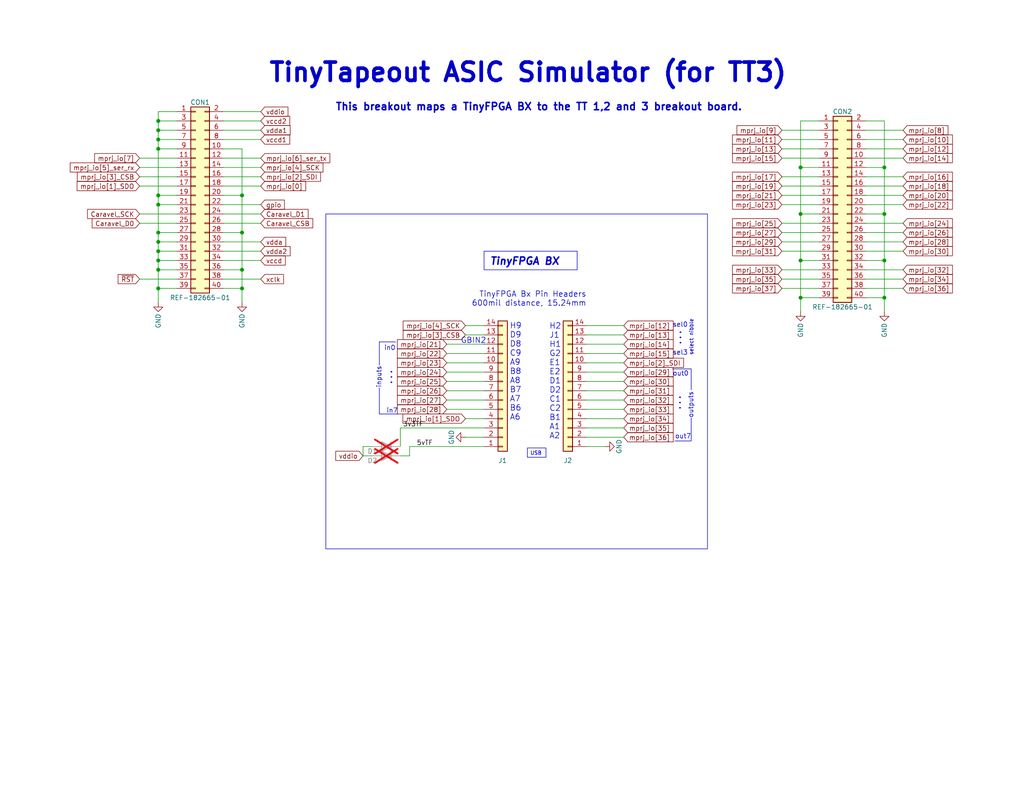
<source format=kicad_sch>
(kicad_sch (version 20230121) (generator eeschema)
  (paper "A")
  (title_block (title "TinyTapeout ASIC Simulator") (date "2023-11-29") (rev "1.0") (company "Psychogenic Technologies") (comment 1 "(C) 2023 Pat Deegan"))
  (lib_symbols
    (symbol "Connector_Generic:Conn_02x20_Odd_Even" (pin_names (offset 1.016) hide)
      (property "Reference" "J" (at 1.27 25.4 0))
      (property "Value" "Conn_02x20_Odd_Even" (at 1.27 -27.94 0))
      (symbol "Conn_02x20_Odd_Even_1_1"
        (rectangle (start -1.27 -25.273) (end 0 -25.527) (stroke (width 0.1524)))
        (rectangle (start -1.27 -22.733) (end 0 -22.987) (stroke (width 0.1524)))
        (rectangle (start -1.27 -20.193) (end 0 -20.447) (stroke (width 0.1524)))
        (rectangle (start -1.27 -17.653) (end 0 -17.907) (stroke (width 0.1524)))
        (rectangle (start -1.27 -15.113) (end 0 -15.367) (stroke (width 0.1524)))
        (rectangle (start -1.27 -12.573) (end 0 -12.827) (stroke (width 0.1524)))
        (rectangle (start -1.27 -10.033) (end 0 -10.287) (stroke (width 0.1524)))
        (rectangle (start -1.27 -7.493) (end 0 -7.747) (stroke (width 0.1524)))
        (rectangle (start -1.27 -4.953) (end 0 -5.207) (stroke (width 0.1524)))
        (rectangle (start -1.27 -2.413) (end 0 -2.667) (stroke (width 0.1524)))
        (rectangle (start -1.27 0.127) (end 0 -0.127) (stroke (width 0.1524)))
        (rectangle (start -1.27 2.667) (end 0 2.413) (stroke (width 0.1524)))
        (rectangle (start -1.27 5.207) (end 0 4.953) (stroke (width 0.1524)))
        (rectangle (start -1.27 7.747) (end 0 7.493) (stroke (width 0.1524)))
        (rectangle (start -1.27 10.287) (end 0 10.033) (stroke (width 0.1524)))
        (rectangle (start -1.27 12.827) (end 0 12.573) (stroke (width 0.1524)))
        (rectangle (start -1.27 15.367) (end 0 15.113) (stroke (width 0.1524)))
        (rectangle (start -1.27 17.907) (end 0 17.653) (stroke (width 0.1524)))
        (rectangle (start -1.27 20.447) (end 0 20.193) (stroke (width 0.1524)))
        (rectangle (start -1.27 22.987) (end 0 22.733) (stroke (width 0.1524)))
        (rectangle (start -1.27 24.13) (end 3.81 -26.67) (stroke (width 0.254)) (fill (type background)))
        (rectangle (start 3.81 -25.273) (end 2.54 -25.527) (stroke (width 0.1524)))
        (rectangle (start 3.81 -22.733) (end 2.54 -22.987) (stroke (width 0.1524)))
        (rectangle (start 3.81 -20.193) (end 2.54 -20.447) (stroke (width 0.1524)))
        (rectangle (start 3.81 -17.653) (end 2.54 -17.907) (stroke (width 0.1524)))
        (rectangle (start 3.81 -15.113) (end 2.54 -15.367) (stroke (width 0.1524)))
        (rectangle (start 3.81 -12.573) (end 2.54 -12.827) (stroke (width 0.1524)))
        (rectangle (start 3.81 -10.033) (end 2.54 -10.287) (stroke (width 0.1524)))
        (rectangle (start 3.81 -7.493) (end 2.54 -7.747) (stroke (width 0.1524)))
        (rectangle (start 3.81 -4.953) (end 2.54 -5.207) (stroke (width 0.1524)))
        (rectangle (start 3.81 -2.413) (end 2.54 -2.667) (stroke (width 0.1524)))
        (rectangle (start 3.81 0.127) (end 2.54 -0.127) (stroke (width 0.1524)))
        (rectangle (start 3.81 2.667) (end 2.54 2.413) (stroke (width 0.1524)))
        (rectangle (start 3.81 5.207) (end 2.54 4.953) (stroke (width 0.1524)))
        (rectangle (start 3.81 7.747) (end 2.54 7.493) (stroke (width 0.1524)))
        (rectangle (start 3.81 10.287) (end 2.54 10.033) (stroke (width 0.1524)))
        (rectangle (start 3.81 12.827) (end 2.54 12.573) (stroke (width 0.1524)))
        (rectangle (start 3.81 15.367) (end 2.54 15.113) (stroke (width 0.1524)))
        (rectangle (start 3.81 17.907) (end 2.54 17.653) (stroke (width 0.1524)))
        (rectangle (start 3.81 20.447) (end 2.54 20.193) (stroke (width 0.1524)))
        (rectangle (start 3.81 22.987) (end 2.54 22.733) (stroke (width 0.1524)))
        (pin passive line (at -5.08 22.86 0) (length 3.81) (name "Pin_1") (number "1"))
        (pin passive line (at 7.62 12.7 180) (length 3.81) (name "Pin_10") (number "10"))
        (pin passive line (at -5.08 10.16 0) (length 3.81) (name "Pin_11") (number "11"))
        (pin passive line (at 7.62 10.16 180) (length 3.81) (name "Pin_12") (number "12"))
        (pin passive line (at -5.08 7.62 0) (length 3.81) (name "Pin_13") (number "13"))
        (pin passive line (at 7.62 7.62 180) (length 3.81) (name "Pin_14") (number "14"))
        (pin passive line (at -5.08 5.08 0) (length 3.81) (name "Pin_15") (number "15"))
        (pin passive line (at 7.62 5.08 180) (length 3.81) (name "Pin_16") (number "16"))
        (pin passive line (at -5.08 2.54 0) (length 3.81) (name "Pin_17") (number "17"))
        (pin passive line (at 7.62 2.54 180) (length 3.81) (name "Pin_18") (number "18"))
        (pin passive line (at -5.08 0 0) (length 3.81) (name "Pin_19") (number "19"))
        (pin passive line (at 7.62 22.86 180) (length 3.81) (name "Pin_2") (number "2"))
        (pin passive line (at 7.62 0 180) (length 3.81) (name "Pin_20") (number "20"))
        (pin passive line (at -5.08 -2.54 0) (length 3.81) (name "Pin_21") (number "21"))
        (pin passive line (at 7.62 -2.54 180) (length 3.81) (name "Pin_22") (number "22"))
        (pin passive line (at -5.08 -5.08 0) (length 3.81) (name "Pin_23") (number "23"))
        (pin passive line (at 7.62 -5.08 180) (length 3.81) (name "Pin_24") (number "24"))
        (pin passive line (at -5.08 -7.62 0) (length 3.81) (name "Pin_25") (number "25"))
        (pin passive line (at 7.62 -7.62 180) (length 3.81) (name "Pin_26") (number "26"))
        (pin passive line (at -5.08 -10.16 0) (length 3.81) (name "Pin_27") (number "27"))
        (pin passive line (at 7.62 -10.16 180) (length 3.81) (name "Pin_28") (number "28"))
        (pin passive line (at -5.08 -12.7 0) (length 3.81) (name "Pin_29") (number "29"))
        (pin passive line (at -5.08 20.32 0) (length 3.81) (name "Pin_3") (number "3"))
        (pin passive line (at 7.62 -12.7 180) (length 3.81) (name "Pin_30") (number "30"))
        (pin passive line (at -5.08 -15.24 0) (length 3.81) (name "Pin_31") (number "31"))
        (pin passive line (at 7.62 -15.24 180) (length 3.81) (name "Pin_32") (number "32"))
        (pin passive line (at -5.08 -17.78 0) (length 3.81) (name "Pin_33") (number "33"))
        (pin passive line (at 7.62 -17.78 180) (length 3.81) (name "Pin_34") (number "34"))
        (pin passive line (at -5.08 -20.32 0) (length 3.81) (name "Pin_35") (number "35"))
        (pin passive line (at 7.62 -20.32 180) (length 3.81) (name "Pin_36") (number "36"))
        (pin passive line (at -5.08 -22.86 0) (length 3.81) (name "Pin_37") (number "37"))
        (pin passive line (at 7.62 -22.86 180) (length 3.81) (name "Pin_38") (number "38"))
        (pin passive line (at -5.08 -25.4 0) (length 3.81) (name "Pin_39") (number "39"))
        (pin passive line (at 7.62 20.32 180) (length 3.81) (name "Pin_4") (number "4"))
        (pin passive line (at 7.62 -25.4 180) (length 3.81) (name "Pin_40") (number "40"))
        (pin passive line (at -5.08 17.78 0) (length 3.81) (name "Pin_5") (number "5"))
        (pin passive line (at 7.62 17.78 180) (length 3.81) (name "Pin_6") (number "6"))
        (pin passive line (at -5.08 15.24 0) (length 3.81) (name "Pin_7") (number "7"))
        (pin passive line (at 7.62 15.24 180) (length 3.81) (name "Pin_8") (number "8"))
        (pin passive line (at -5.08 12.7 0) (length 3.81) (name "Pin_9") (number "9"))
      )
    )
    (symbol "Device:D" (pin_numbers hide) (pin_names (offset 1.016) hide)
      (property "Reference" "D" (at 0 2.54 0))
      (property "Value" "D" (at 0 -2.54 0))
      (symbol "D_0_1"
        (polyline (pts (xy -1.27 1.27) (xy -1.27 -1.27)) (stroke (width 0.254)))
        (polyline (pts (xy 1.27 0) (xy -1.27 0)))
        (polyline (pts (xy 1.27 1.27) (xy 1.27 -1.27) (xy -1.27 0) (xy 1.27 1.27)) (stroke (width 0.254)))
      )
      (symbol "D_1_1"
        (pin passive line (at -3.81 0 0) (length 2.54) (name "K") (number "1"))
        (pin passive line (at 3.81 0 180) (length 2.54) (name "A") (number "2"))
      )
    )
    (symbol "TinyFPGA-BX-rescue:Conn_01x14" (pin_names (offset 1.016) hide)
      (property "Reference" "J" (at 0 17.78 0))
      (property "Value" "Conn_01x14" (at 0 -20.32 0))
      (symbol "Conn_01x14_1_1"
        (rectangle (start -1.27 -17.653) (end 0 -17.907) (stroke (width 0.1524)))
        (rectangle (start -1.27 -15.113) (end 0 -15.367) (stroke (width 0.1524)))
        (rectangle (start -1.27 -12.573) (end 0 -12.827) (stroke (width 0.1524)))
        (rectangle (start -1.27 -10.033) (end 0 -10.287) (stroke (width 0.1524)))
        (rectangle (start -1.27 -7.493) (end 0 -7.747) (stroke (width 0.1524)))
        (rectangle (start -1.27 -4.953) (end 0 -5.207) (stroke (width 0.1524)))
        (rectangle (start -1.27 -2.413) (end 0 -2.667) (stroke (width 0.1524)))
        (rectangle (start -1.27 0.127) (end 0 -0.127) (stroke (width 0.1524)))
        (rectangle (start -1.27 2.667) (end 0 2.413) (stroke (width 0.1524)))
        (rectangle (start -1.27 5.207) (end 0 4.953) (stroke (width 0.1524)))
        (rectangle (start -1.27 7.747) (end 0 7.493) (stroke (width 0.1524)))
        (rectangle (start -1.27 10.287) (end 0 10.033) (stroke (width 0.1524)))
        (rectangle (start -1.27 12.827) (end 0 12.573) (stroke (width 0.1524)))
        (rectangle (start -1.27 15.367) (end 0 15.113) (stroke (width 0.1524)))
        (rectangle (start -1.27 16.51) (end 1.27 -19.05) (stroke (width 0.254)) (fill (type background)))
        (pin passive line (at -5.08 15.24 0) (length 3.81) (name "Pin_1") (number "1"))
        (pin passive line (at -5.08 -7.62 0) (length 3.81) (name "Pin_10") (number "10"))
        (pin passive line (at -5.08 -10.16 0) (length 3.81) (name "Pin_11") (number "11"))
        (pin passive line (at -5.08 -12.7 0) (length 3.81) (name "Pin_12") (number "12"))
        (pin passive line (at -5.08 -15.24 0) (length 3.81) (name "Pin_13") (number "13"))
        (pin passive line (at -5.08 -17.78 0) (length 3.81) (name "Pin_14") (number "14"))
        (pin passive line (at -5.08 12.7 0) (length 3.81) (name "Pin_2") (number "2"))
        (pin passive line (at -5.08 10.16 0) (length 3.81) (name "Pin_3") (number "3"))
        (pin passive line (at -5.08 7.62 0) (length 3.81) (name "Pin_4") (number "4"))
        (pin passive line (at -5.08 5.08 0) (length 3.81) (name "Pin_5") (number "5"))
        (pin passive line (at -5.08 2.54 0) (length 3.81) (name "Pin_6") (number "6"))
        (pin passive line (at -5.08 0 0) (length 3.81) (name "Pin_7") (number "7"))
        (pin passive line (at -5.08 -2.54 0) (length 3.81) (name "Pin_8") (number "8"))
        (pin passive line (at -5.08 -5.08 0) (length 3.81) (name "Pin_9") (number "9"))
      )
    )
    (symbol "TinyFPGA-BX-rescue:GND" (power) (pin_names (offset 0))
      (property "Value" "GND" (at 0 -3.81 0))
      (symbol "GND_0_1"
        (polyline (pts (xy 0 0) (xy 0 -1.27) (xy 1.27 -1.27) (xy 0 -2.54) (xy -1.27 -1.27) (xy 0 -1.27)))
      )
      (symbol "GND_1_1"
        (pin power_in line (at 0 0 270) (length 0) hide (name "GND") (number "1"))
      )
    )
    (symbol "power:GND" (power) (pin_names (offset 0))
      (property "Value" "GND" (at 0 -3.81 0))
      (symbol "GND_0_1"
        (polyline (pts (xy 0 0) (xy 0 -1.27) (xy 1.27 -1.27) (xy 0 -2.54) (xy -1.27 -1.27) (xy 0 -1.27)))
      )
      (symbol "GND_1_1"
        (pin power_in line (at 0 0 270) (length 0) hide (name "GND") (number "1"))
      )
    )
  )
  (junction (at 43.18 63.5))
  (junction (at 43.18 53.34))
  (junction (at 43.18 66.04))
  (junction (at 43.18 35.56))
  (junction (at 66.04 63.5))
  (junction (at 218.44 58.42))
  (junction (at 43.18 38.1))
  (junction (at 43.18 68.58))
  (junction (at 241.3 71.12))
  (junction (at 43.18 71.12))
  (junction (at 43.18 73.66))
  (junction (at 43.18 78.74))
  (junction (at 241.3 81.28))
  (junction (at 218.44 45.72))
  (junction (at 218.44 81.28))
  (junction (at 241.3 45.72))
  (junction (at 66.04 53.34))
  (junction (at 43.18 40.64))
  (junction (at 43.18 33.02))
  (junction (at 241.3 58.42))
  (junction (at 43.18 55.88))
  (junction (at 66.04 73.66))
  (junction (at 218.44 71.12))
  (junction (at 66.04 78.74))
  (wire (pts (xy 236.22 50.8) (xy 246.38 50.8)))
  (wire (pts (xy 236.22 66.04) (xy 246.38 66.04)))
  (wire (pts (xy 38.1 76.2) (xy 48.26 76.2)))
  (wire (pts (xy 48.26 71.12) (xy 43.18 71.12)))
  (wire (pts (xy 60.96 30.48) (xy 71.12 30.48)))
  (wire (pts (xy 38.1 60.96) (xy 48.26 60.96)))
  (wire (pts (xy 60.96 76.2) (xy 71.12 76.2)))
  (wire (pts (xy 160.02 88.9) (xy 170.18 88.9)))
  (wire (pts (xy 236.22 35.56) (xy 246.38 35.56)))
  (wire (pts (xy 213.36 43.18) (xy 223.52 43.18)))
  (wire (pts (xy 121.92 104.14) (xy 132.08 104.14)))
  (wire (pts (xy 43.18 38.1) (xy 43.18 40.64)))
  (wire (pts (xy 236.22 48.26) (xy 246.38 48.26)))
  (wire (pts (xy 218.44 33.02) (xy 218.44 45.72)))
  (wire (pts (xy 236.22 45.72) (xy 241.3 45.72)))
  (wire (pts (xy 236.22 55.88) (xy 246.38 55.88)))
  (wire (pts (xy 213.36 53.34) (xy 223.52 53.34)))
  (wire (pts (xy 218.44 58.42) (xy 218.44 71.12)))
  (wire (pts (xy 213.36 48.26) (xy 223.52 48.26)))
  (wire (pts (xy 160.02 121.92) (xy 165.1 121.92)))
  (wire (pts (xy 60.96 35.56) (xy 71.12 35.56)))
  (wire (pts (xy 213.36 55.88) (xy 223.52 55.88)))
  (wire (pts (xy 99.06 121.92) (xy 99.06 124.46)))
  (wire (pts (xy 43.18 33.02) (xy 48.26 33.02)))
  (wire (pts (xy 236.22 40.64) (xy 246.38 40.64)))
  (wire (pts (xy 60.96 63.5) (xy 66.04 63.5)))
  (wire (pts (xy 60.96 50.8) (xy 71.12 50.8)))
  (wire (pts (xy 241.3 58.42) (xy 241.3 71.12)))
  (wire (pts (xy 127 91.44) (xy 132.08 91.44)))
  (wire (pts (xy 236.22 76.2) (xy 246.38 76.2)))
  (wire (pts (xy 38.1 50.8) (xy 48.26 50.8)))
  (wire (pts (xy 223.52 33.02) (xy 218.44 33.02)))
  (wire (pts (xy 60.96 58.42) (xy 71.12 58.42)))
  (wire (pts (xy 160.02 109.22) (xy 170.18 109.22)))
  (wire (pts (xy 236.22 71.12) (xy 241.3 71.12)))
  (wire (pts (xy 160.02 114.3) (xy 170.18 114.3)))
  (wire (pts (xy 127 119.38) (xy 132.08 119.38)))
  (wire (pts (xy 236.22 53.34) (xy 246.38 53.34)))
  (wire (pts (xy 43.18 66.04) (xy 43.18 68.58)))
  (wire (pts (xy 160.02 119.38) (xy 170.18 119.38)))
  (wire (pts (xy 43.18 40.64) (xy 48.26 40.64)))
  (wire (pts (xy 213.36 76.2) (xy 223.52 76.2)))
  (wire (pts (xy 121.92 111.76) (xy 132.08 111.76)))
  (wire (pts (xy 213.36 73.66) (xy 223.52 73.66)))
  (wire (pts (xy 213.36 68.58) (xy 223.52 68.58)))
  (wire (pts (xy 43.18 35.56) (xy 43.18 38.1)))
  (wire (pts (xy 43.18 55.88) (xy 43.18 63.5)))
  (wire (pts (xy 121.92 106.68) (xy 132.08 106.68)))
  (wire (pts (xy 236.22 38.1) (xy 246.38 38.1)))
  (wire (pts (xy 60.96 73.66) (xy 66.04 73.66)))
  (wire (pts (xy 43.18 71.12) (xy 43.18 73.66)))
  (wire (pts (xy 99.06 124.46) (xy 101.6 124.46)))
  (wire (pts (xy 213.36 50.8) (xy 223.52 50.8)))
  (wire (pts (xy 160.02 106.68) (xy 170.18 106.68)))
  (wire (pts (xy 218.44 71.12) (xy 223.52 71.12)))
  (wire (pts (xy 60.96 68.58) (xy 71.12 68.58)))
  (wire (pts (xy 121.92 99.06) (xy 132.08 99.06)))
  (wire (pts (xy 218.44 81.28) (xy 218.44 85.09)))
  (wire (pts (xy 160.02 111.76) (xy 170.18 111.76)))
  (wire (pts (xy 121.92 109.22) (xy 132.08 109.22)))
  (wire (pts (xy 43.18 78.74) (xy 48.26 78.74)))
  (wire (pts (xy 66.04 73.66) (xy 66.04 78.74)))
  (wire (pts (xy 236.22 60.96) (xy 246.38 60.96)))
  (wire (pts (xy 66.04 78.74) (xy 66.04 82.55)))
  (wire (pts (xy 160.02 91.44) (xy 170.18 91.44)))
  (wire (pts (xy 241.3 71.12) (xy 241.3 81.28)))
  (wire (pts (xy 43.18 33.02) (xy 43.18 35.56)))
  (wire (pts (xy 236.22 78.74) (xy 246.38 78.74)))
  (wire (pts (xy 236.22 68.58) (xy 246.38 68.58)))
  (wire (pts (xy 48.26 73.66) (xy 43.18 73.66)))
  (wire (pts (xy 48.26 66.04) (xy 43.18 66.04)))
  (wire (pts (xy 60.96 48.26) (xy 71.12 48.26)))
  (wire (pts (xy 109.22 116.84) (xy 109.22 121.92)))
  (wire (pts (xy 38.1 45.72) (xy 48.26 45.72)))
  (wire (pts (xy 60.96 66.04) (xy 71.12 66.04)))
  (wire (pts (xy 160.02 99.06) (xy 170.18 99.06)))
  (wire (pts (xy 127 88.9) (xy 132.08 88.9)))
  (wire (pts (xy 43.18 68.58) (xy 43.18 71.12)))
  (wire (pts (xy 213.36 40.64) (xy 223.52 40.64)))
  (wire (pts (xy 160.02 101.6) (xy 170.18 101.6)))
  (wire (pts (xy 213.36 38.1) (xy 223.52 38.1)))
  (wire (pts (xy 121.92 101.6) (xy 132.08 101.6)))
  (wire (pts (xy 213.36 78.74) (xy 223.52 78.74)))
  (wire (pts (xy 43.18 30.48) (xy 48.26 30.48)))
  (wire (pts (xy 218.44 45.72) (xy 218.44 58.42)))
  (wire (pts (xy 236.22 43.18) (xy 246.38 43.18)))
  (wire (pts (xy 101.6 121.92) (xy 99.06 121.92)))
  (wire (pts (xy 60.96 43.18) (xy 71.12 43.18)))
  (wire (pts (xy 241.3 45.72) (xy 241.3 58.42)))
  (wire (pts (xy 236.22 33.02) (xy 241.3 33.02)))
  (wire (pts (xy 111.76 121.92) (xy 111.76 124.46)))
  (wire (pts (xy 38.1 43.18) (xy 48.26 43.18)))
  (wire (pts (xy 218.44 58.42) (xy 223.52 58.42)))
  (wire (pts (xy 43.18 30.48) (xy 43.18 33.02)))
  (wire (pts (xy 48.26 63.5) (xy 43.18 63.5)))
  (wire (pts (xy 218.44 45.72) (xy 223.52 45.72)))
  (wire (pts (xy 60.96 45.72) (xy 71.12 45.72)))
  (wire (pts (xy 241.3 81.28) (xy 241.3 85.09)))
  (wire (pts (xy 60.96 60.96) (xy 71.12 60.96)))
  (wire (pts (xy 160.02 104.14) (xy 170.18 104.14)))
  (wire (pts (xy 60.96 33.02) (xy 71.12 33.02)))
  (wire (pts (xy 236.22 81.28) (xy 241.3 81.28)))
  (wire (pts (xy 60.96 53.34) (xy 66.04 53.34)))
  (wire (pts (xy 38.1 58.42) (xy 48.26 58.42)))
  (wire (pts (xy 111.76 124.46) (xy 109.22 124.46)))
  (wire (pts (xy 60.96 71.12) (xy 71.12 71.12)))
  (wire (pts (xy 43.18 53.34) (xy 43.18 55.88)))
  (wire (pts (xy 127 114.3) (xy 132.08 114.3)))
  (wire (pts (xy 160.02 93.98) (xy 170.18 93.98)))
  (wire (pts (xy 111.76 121.92) (xy 132.08 121.92)))
  (wire (pts (xy 160.02 96.52) (xy 170.18 96.52)))
  (wire (pts (xy 43.18 35.56) (xy 48.26 35.56)))
  (wire (pts (xy 60.96 78.74) (xy 66.04 78.74)))
  (wire (pts (xy 121.92 96.52) (xy 132.08 96.52)))
  (wire (pts (xy 43.18 40.64) (xy 43.18 53.34)))
  (wire (pts (xy 236.22 63.5) (xy 246.38 63.5)))
  (wire (pts (xy 60.96 40.64) (xy 66.04 40.64)))
  (wire (pts (xy 218.44 81.28) (xy 223.52 81.28)))
  (wire (pts (xy 236.22 73.66) (xy 246.38 73.66)))
  (wire (pts (xy 109.22 116.84) (xy 132.08 116.84)))
  (wire (pts (xy 43.18 78.74) (xy 43.18 82.55)))
  (wire (pts (xy 218.44 71.12) (xy 218.44 81.28)))
  (wire (pts (xy 213.36 66.04) (xy 223.52 66.04)))
  (wire (pts (xy 60.96 38.1) (xy 71.12 38.1)))
  (wire (pts (xy 213.36 60.96) (xy 223.52 60.96)))
  (wire (pts (xy 66.04 40.64) (xy 66.04 53.34)))
  (wire (pts (xy 66.04 63.5) (xy 66.04 73.66)))
  (wire (pts (xy 43.18 38.1) (xy 48.26 38.1)))
  (wire (pts (xy 43.18 55.88) (xy 48.26 55.88)))
  (wire (pts (xy 213.36 63.5) (xy 223.52 63.5)))
  (wire (pts (xy 121.92 93.98) (xy 132.08 93.98)))
  (wire (pts (xy 38.1 48.26) (xy 48.26 48.26)))
  (wire (pts (xy 241.3 33.02) (xy 241.3 45.72)))
  (wire (pts (xy 43.18 63.5) (xy 43.18 66.04)))
  (wire (pts (xy 66.04 53.34) (xy 66.04 63.5)))
  (wire (pts (xy 236.22 58.42) (xy 241.3 58.42)))
  (wire (pts (xy 213.36 35.56) (xy 223.52 35.56)))
  (wire (pts (xy 60.96 55.88) (xy 71.12 55.88)))
  (wire (pts (xy 48.26 68.58) (xy 43.18 68.58)))
  (wire (pts (xy 43.18 73.66) (xy 43.18 78.74)))
  (wire (pts (xy 43.18 53.34) (xy 48.26 53.34)))
  (wire (pts (xy 160.02 116.84) (xy 170.18 116.84)))
  (rectangle (start 103.505 113.03) (end 108.585 113.03))
  (rectangle (start 188.595 120.396) (end 188.595 114.046))
  (rectangle (start 188.595 100.711) (end 183.515 100.711))
  (rectangle (start 188.595 100.711) (end 188.595 106.426))
  (rectangle (start 103.505 93.345) (end 103.505 99.695))
  (rectangle (start 103.505 105.918) (end 103.505 113.03))
  (rectangle (start 103.505 93.345) (end 107.95 93.345))
  (rectangle (start 88.9 58.42) (end 193.04 149.86))
  (rectangle (start 188.595 120.396) (end 184.15 120.396))
  (text_box "USB" (at 143.891 122.301 0) (size 5.08 2.54) (effects (font (size 1 1)) (justify left top)))
  (text_box "TinyFPGA BX" (at 132.08 68.58 0) (size 25.4 5.08) (effects (font (size 2 2) (thickness 0.4) bold italic) (justify left top)))
  (text "out0" (at 183.515 102.87 0) (effects (font (size 1.27 1.27)) (justify left bottom)))
  (text "in7" (at 105.41 113.03 0) (effects (font (size 1.27 1.27)) (justify left bottom)))
  (text "sel3" (at 183.515 97.155 0) (effects (font (size 1.27 1.27)) (justify left bottom)))
  (text "..." (at 186.182 94.615 90) (effects (font (size 3 3)) (justify left bottom)))
  (text "in0" (at 104.775 95.885 0) (effects (font (size 1.27 1.27)) (justify left bottom)))
  (text "H9\nD9\nD8\nC9\nA9\nB8\nA8\nB7\nA7\nB6\nA6" (at 139.065 114.935 0) (effects (font (size 1.55 1.55)) (justify left bottom)))
  (text "GBIN2" (at 132.715 93.98 0) (effects (font (size 1.524 1.524)) (justify right bottom)))
  (text "This breakout maps a TinyFPGA BX to the TT 1,2 and 3 breakout board.\n" (at 91.44 30.48 0) (effects (font (size 2 2) bold) (justify left bottom)))
  (text "sel0" (at 183.515 89.535 0) (effects (font (size 1.27 1.27)) (justify left bottom)))
  (text "outputs" (at 189.23 114.3 90) (effects (font (size 1.27 1.27)) (justify left bottom)))
  (text "..." (at 186.055 112.395 90) (effects (font (size 3 3)) (justify left bottom)))
  (text "inputs" (at 104.14 106.045 90) (effects (font (size 1.27 1.27)) (justify left bottom)))
  (text "out7" (at 184.15 120.015 0) (effects (font (size 1.27 1.27)) (justify left bottom)))
  (text "TinyFPGA Bx Pin Headers\n600mil distance, 15.24mm" (at 160.02 83.82 0) (effects (font (size 1.524 1.524)) (justify right bottom)))
  (text "TinyTapeout ASIC Simulator (for TT3)" (at 73.025 22.86 0) (effects (font (size 5 5) (thickness 1) bold) (justify left bottom)))
  (text "H2\nJ1\nH1\nG2\nE1\nE2\nD1\nD2\nC1\nC2\nB1\nA1\nA2" (at 149.86 120.015 0) (effects (font (size 1.55 1.55)) (justify left bottom)))
  (text "select nibble" (at 189.23 97.155 90) (effects (font (size 1 1)) (justify left bottom)))
  (text "..." (at 107.315 105.41 90) (effects (font (size 3 3)) (justify left bottom)))
  (label "3v3TF" (at 115.57 116.84 180))
  (label "5vTF" (at 118.11 121.92 180))
  (global_label "mprj_io[26]" (shape input) (at 121.92 106.68 180) (property "Intersheetrefs" "${INTERSHEET_REFS}" (effects hide)))
  (global_label "mprj_io[11]" (shape input) (at 213.36 38.1 180) (property "Intersheetrefs" "${INTERSHEET_REFS}" (effects hide)))
  (global_label "mprj_io[10]" (shape input) (at 246.38 38.1 0) (property "Intersheetrefs" "${INTERSHEET_REFS}" (effects hide)))
  (global_label "mprj_io[23]" (shape input) (at 121.92 99.06 180) (property "Intersheetrefs" "${INTERSHEET_REFS}" (effects hide)))
  (global_label "mprj_io[31]" (shape input) (at 170.18 106.68 0) (property "Intersheetrefs" "${INTERSHEET_REFS}" (effects hide)))
  (global_label "mprj_io[17]" (shape input) (at 213.36 48.26 180) (property "Intersheetrefs" "${INTERSHEET_REFS}" (effects hide)))
  (global_label "mprj_io[19]" (shape input) (at 213.36 50.8 180) (property "Intersheetrefs" "${INTERSHEET_REFS}" (effects hide)))
  (global_label "mprj_io[22]" (shape input) (at 121.92 96.52 180) (property "Intersheetrefs" "${INTERSHEET_REFS}" (effects hide)))
  (global_label "vdda1" (shape input) (at 71.12 35.56 0) (property "Intersheetrefs" "${INTERSHEET_REFS}" (effects hide)))
  (global_label "mprj_io[3]_CSB" (shape input) (at 127 91.44 180) (property "Intersheetrefs" "${INTERSHEET_REFS}" (effects hide)))
  (global_label "mprj_io[6]_ser_tx" (shape input) (at 71.12 43.18 0) (property "Intersheetrefs" "${INTERSHEET_REFS}" (effects hide)))
  (global_label "vddio" (shape input) (at 71.12 30.48 0) (property "Intersheetrefs" "${INTERSHEET_REFS}" (effects hide)))
  (global_label "mprj_io[28]" (shape input) (at 121.92 111.76 180) (property "Intersheetrefs" "${INTERSHEET_REFS}" (effects hide)))
  (global_label "mprj_io[24]" (shape input) (at 246.38 60.96 0) (property "Intersheetrefs" "${INTERSHEET_REFS}" (effects hide)))
  (global_label "mprj_io[35]" (shape input) (at 213.36 76.2 180) (property "Intersheetrefs" "${INTERSHEET_REFS}" (effects hide)))
  (global_label "mprj_io[2]_SDI" (shape input) (at 170.18 99.06 0) (property "Intersheetrefs" "${INTERSHEET_REFS}" (effects hide)))
  (global_label "mprj_io[15]" (shape input) (at 213.36 43.18 180) (property "Intersheetrefs" "${INTERSHEET_REFS}" (effects hide)))
  (global_label "mprj_io[24]" (shape input) (at 121.92 101.6 180) (property "Intersheetrefs" "${INTERSHEET_REFS}" (effects hide)))
  (global_label "mprj_io[22]" (shape input) (at 246.38 55.88 0) (property "Intersheetrefs" "${INTERSHEET_REFS}" (effects hide)))
  (global_label "mprj_io[29]" (shape input) (at 170.18 101.6 0) (property "Intersheetrefs" "${INTERSHEET_REFS}" (effects hide)))
  (global_label "mprj_io[34]" (shape input) (at 246.38 76.2 0) (property "Intersheetrefs" "${INTERSHEET_REFS}" (effects hide)))
  (global_label "mprj_io[28]" (shape input) (at 246.38 66.04 0) (property "Intersheetrefs" "${INTERSHEET_REFS}" (effects hide)))
  (global_label "mprj_io[14]" (shape input) (at 246.38 43.18 0) (property "Intersheetrefs" "${INTERSHEET_REFS}" (effects hide)))
  (global_label "vccd1" (shape input) (at 71.12 38.1 0) (property "Intersheetrefs" "${INTERSHEET_REFS}" (effects hide)))
  (global_label "mprj_io[30]" (shape input) (at 170.18 104.14 0) (property "Intersheetrefs" "${INTERSHEET_REFS}" (effects hide)))
  (global_label "mprj_io[14]" (shape input) (at 170.18 93.98 0) (property "Intersheetrefs" "${INTERSHEET_REFS}" (effects hide)))
  (global_label "mprj_io[34]" (shape input) (at 170.18 114.3 0) (property "Intersheetrefs" "${INTERSHEET_REFS}" (effects hide)))
  (global_label "Caravel_D0" (shape input) (at 38.1 60.96 180) (property "Intersheetrefs" "${INTERSHEET_REFS}" (effects hide)))
  (global_label "mprj_io[2]_SDI" (shape input) (at 71.12 48.26 0) (property "Intersheetrefs" "${INTERSHEET_REFS}" (effects hide)))
  (global_label "mprj_io[5]_ser_rx" (shape input) (at 38.1 45.72 180) (property "Intersheetrefs" "${INTERSHEET_REFS}" (effects hide)))
  (global_label "mprj_io[12]" (shape input) (at 246.38 40.64 0) (property "Intersheetrefs" "${INTERSHEET_REFS}" (effects hide)))
  (global_label "vccd" (shape input) (at 71.12 71.12 0) (property "Intersheetrefs" "${INTERSHEET_REFS}" (effects hide)))
  (global_label "Caravel_SCK" (shape input) (at 38.1 58.42 180) (property "Intersheetrefs" "${INTERSHEET_REFS}" (effects hide)))
  (global_label "mprj_io[18]" (shape input) (at 246.38 50.8 0) (property "Intersheetrefs" "${INTERSHEET_REFS}" (effects hide)))
  (global_label "mprj_io[25]" (shape input) (at 213.36 60.96 180) (property "Intersheetrefs" "${INTERSHEET_REFS}" (effects hide)))
  (global_label "mprj_io[37]" (shape input) (at 213.36 78.74 180) (property "Intersheetrefs" "${INTERSHEET_REFS}" (effects hide)))
  (global_label "mprj_io[23]" (shape input) (at 213.36 55.88 180) (property "Intersheetrefs" "${INTERSHEET_REFS}" (effects hide)))
  (global_label "vdda2" (shape input) (at 71.12 68.58 0) (property "Intersheetrefs" "${INTERSHEET_REFS}" (effects hide)))
  (global_label "mprj_io[32]" (shape input) (at 246.38 73.66 0) (property "Intersheetrefs" "${INTERSHEET_REFS}" (effects hide)))
  (global_label "mprj_io[31]" (shape input) (at 213.36 68.58 180) (property "Intersheetrefs" "${INTERSHEET_REFS}" (effects hide)))
  (global_label "mprj_io[21]" (shape input) (at 213.36 53.34 180) (property "Intersheetrefs" "${INTERSHEET_REFS}" (effects hide)))
  (global_label "mprj_io[25]" (shape input) (at 121.92 104.14 180) (property "Intersheetrefs" "${INTERSHEET_REFS}" (effects hide)))
  (global_label "mprj_io[15]" (shape input) (at 170.18 96.52 0) (property "Intersheetrefs" "${INTERSHEET_REFS}" (effects hide)))
  (global_label "mprj_io[9]" (shape input) (at 213.36 35.56 180) (property "Intersheetrefs" "${INTERSHEET_REFS}" (effects hide)))
  (global_label "vccd2" (shape input) (at 71.12 33.02 0) (property "Intersheetrefs" "${INTERSHEET_REFS}" (effects hide)))
  (global_label "mprj_io[1]_SDO" (shape input) (at 127 114.3 180) (property "Intersheetrefs" "${INTERSHEET_REFS}" (effects hide)))
  (global_label "mprj_io[36]" (shape input) (at 246.38 78.74 0) (property "Intersheetrefs" "${INTERSHEET_REFS}" (effects hide)))
  (global_label "mprj_io[13]" (shape input) (at 170.18 91.44 0) (property "Intersheetrefs" "${INTERSHEET_REFS}" (effects hide)))
  (global_label "mprj_io[35]" (shape input) (at 170.18 116.84 0) (property "Intersheetrefs" "${INTERSHEET_REFS}" (effects hide)))
  (global_label "mprj_io[4]_SCK" (shape input) (at 71.12 45.72 0) (property "Intersheetrefs" "${INTERSHEET_REFS}" (effects hide)))
  (global_label "mprj_io[30]" (shape input) (at 246.38 68.58 0) (property "Intersheetrefs" "${INTERSHEET_REFS}" (effects hide)))
  (global_label "gpio" (shape input) (at 71.12 55.88 0) (property "Intersheetrefs" "${INTERSHEET_REFS}" (effects hide)))
  (global_label "mprj_io[33]" (shape input) (at 170.18 111.76 0) (property "Intersheetrefs" "${INTERSHEET_REFS}" (effects hide)))
  (global_label "mprj_io[26]" (shape input) (at 246.38 63.5 0) (property "Intersheetrefs" "${INTERSHEET_REFS}" (effects hide)))
  (global_label "mprj_io[21]" (shape input) (at 121.92 93.98 180) (property "Intersheetrefs" "${INTERSHEET_REFS}" (effects hide)))
  (global_label "mprj_io[4]_SCK" (shape input) (at 127 88.9 180) (property "Intersheetrefs" "${INTERSHEET_REFS}" (effects hide)))
  (global_label "~{RST}" (shape input) (at 38.1 76.2 180) (property "Intersheetrefs" "${INTERSHEET_REFS}" (effects hide)))
  (global_label "mprj_io[8]" (shape input) (at 246.38 35.56 0) (property "Intersheetrefs" "${INTERSHEET_REFS}" (effects hide)))
  (global_label "mprj_io[27]" (shape input) (at 213.36 63.5 180) (property "Intersheetrefs" "${INTERSHEET_REFS}" (effects hide)))
  (global_label "mprj_io[29]" (shape input) (at 213.36 66.04 180) (property "Intersheetrefs" "${INTERSHEET_REFS}" (effects hide)))
  (global_label "xclk" (shape input) (at 71.12 76.2 0) (property "Intersheetrefs" "${INTERSHEET_REFS}" (effects hide)))
  (global_label "mprj_io[12]" (shape input) (at 170.18 88.9 0) (property "Intersheetrefs" "${INTERSHEET_REFS}" (effects hide)))
  (global_label "mprj_io[27]" (shape input) (at 121.92 109.22 180) (property "Intersheetrefs" "${INTERSHEET_REFS}" (effects hide)))
  (global_label "mprj_io[3]_CSB" (shape input) (at 38.1 48.26 180) (property "Intersheetrefs" "${INTERSHEET_REFS}" (effects hide)))
  (global_label "mprj_io[1]_SDO" (shape input) (at 38.1 50.8 180) (property "Intersheetrefs" "${INTERSHEET_REFS}" (effects hide)))
  (global_label "mprj_io[33]" (shape input) (at 213.36 73.66 180) (property "Intersheetrefs" "${INTERSHEET_REFS}" (effects hide)))
  (global_label "Caravel_D1" (shape input) (at 71.12 58.42 0) (property "Intersheetrefs" "${INTERSHEET_REFS}" (effects hide)))
  (global_label "vdda" (shape input) (at 71.12 66.04 0) (property "Intersheetrefs" "${INTERSHEET_REFS}" (effects hide)))
  (global_label "mprj_io[16]" (shape input) (at 246.38 48.26 0) (property "Intersheetrefs" "${INTERSHEET_REFS}" (effects hide)))
  (global_label "mprj_io[13]" (shape input) (at 213.36 40.64 180) (property "Intersheetrefs" "${INTERSHEET_REFS}" (effects hide)))
  (global_label "mprj_io[20]" (shape input) (at 246.38 53.34 0) (property "Intersheetrefs" "${INTERSHEET_REFS}" (effects hide)))
  (global_label "mprj_io[0]" (shape input) (at 71.12 50.8 0) (property "Intersheetrefs" "${INTERSHEET_REFS}" (effects hide)))
  (global_label "mprj_io[36]" (shape input) (at 170.18 119.38 0) (property "Intersheetrefs" "${INTERSHEET_REFS}" (effects hide)))
  (global_label "mprj_io[7]" (shape input) (at 38.1 43.18 180) (property "Intersheetrefs" "${INTERSHEET_REFS}" (effects hide)))
  (global_label "Caravel_CSB" (shape input) (at 71.12 60.96 0) (property "Intersheetrefs" "${INTERSHEET_REFS}" (effects hide)))
  (global_label "vddio" (shape input) (at 99.06 124.46 180) (property "Intersheetrefs" "${INTERSHEET_REFS}" (effects hide)))
  (global_label "mprj_io[32]" (shape input) (at 170.18 109.22 0) (property "Intersheetrefs" "${INTERSHEET_REFS}" (effects hide)))
  (symbol (lib_id "TinyFPGA-BX-rescue:GND") (at 127 119.38 270) (unit 1)
    (property "Reference" "#PWR06" (effects hide))
    (property "Value" "GND" (at 123.19 119.38 0))
  )
  (symbol (lib_id "Connector_Generic:Conn_02x20_Odd_Even") (at 53.34 53.34 0) (unit 1)
    (property "Reference" "CON1" (at 54.61 27.94 0))
    (property "Value" "REF-182665-01" (at 54.61 81.28 0))
    (property "Footprint" "BreakoutCommon:FH-00339" (effects hide))
  )
  (symbol (lib_id "power:GND") (at 66.04 82.55 0) (unit 1)
    (property "Reference" "#PWR0104" (effects hide))
    (property "Value" "GND" (at 66.04 87.63 90))
  )
  (symbol (lib_id "power:GND") (at 43.18 82.55 0) (unit 1)
    (property "Reference" "#PWR0105" (effects hide))
    (property "Value" "GND" (at 43.18 87.63 90))
  )
  (symbol (lib_id "power:GND") (at 218.44 85.09 0) (unit 1)
    (property "Reference" "#PWR0102" (effects hide))
    (property "Value" "GND" (at 218.44 90.17 90))
  )
  (symbol (lib_id "Device:D") (at 105.41 121.92 0) (mirror y) (unit 1) (dnp yes)
    (property "Reference" "D1" (at 101.6 123.19 0))
    (property "Value" "B0520LW-7-F" (effects hide))
    (property "Footprint" "Diode_SMD:D_SOD-123" (effects hide))
    (property "Sim.Device" "D" (effects hide))
    (property "Sim.Pins" "1=K 2=A" (effects hide))
    (property "MPN" "B0520LW-7-F" (effects hide))
  )
  (symbol (lib_id "TinyFPGA-BX-rescue:Conn_01x14") (at 154.94 106.68 180) (unit 1)
    (property "Reference" "J2" (at 154.94 125.73 0))
    (property "Value" "CONN_01X14" (effects hide))
    (property "Footprint" "Connector_PinHeader_2.54mm:PinHeader_1x14_P2.54mm_Vertical" (effects hide))
  )
  (symbol (lib_id "TinyFPGA-BX-rescue:Conn_01x14") (at 137.16 106.68 0) (mirror x) (unit 1)
    (property "Reference" "J1" (at 137.16 125.73 0))
    (property "Value" "CONN_01X14" (effects hide))
    (property "Footprint" "Connector_PinHeader_2.54mm:PinHeader_1x14_P2.54mm_Vertical" (effects hide))
  )
  (symbol (lib_id "power:GND") (at 241.3 85.09 0) (unit 1)
    (property "Reference" "#PWR0103" (effects hide))
    (property "Value" "GND" (at 241.3 90.17 90))
  )
  (symbol (lib_id "TinyFPGA-BX-rescue:GND") (at 165.1 121.92 90) (unit 1)
    (property "Reference" "#PWR08" (effects hide))
    (property "Value" "GND" (at 168.91 121.92 0))
  )
  (symbol (lib_id "Connector_Generic:Conn_02x20_Odd_Even") (at 228.6 55.88 0) (unit 1)
    (property "Reference" "CON2" (at 229.87 30.48 0))
    (property "Value" "REF-182665-01" (at 229.87 83.82 0))
    (property "Footprint" "BreakoutCommon:FH-00339" (effects hide))
  )
  (symbol (lib_id "Device:D") (at 105.41 124.46 0) (mirror y) (unit 1) (dnp yes)
    (property "Reference" "D2" (at 101.6 125.73 0))
    (property "Value" "B0520LW-7-F" (effects hide))
    (property "Footprint" "Diode_SMD:D_SOD-123" (effects hide))
    (property "Sim.Device" "D" (effects hide))
    (property "Sim.Pins" "1=K 2=A" (effects hide))
    (property "MPN" "B0520LW-7-F" (effects hide))
  )
)
</source>
